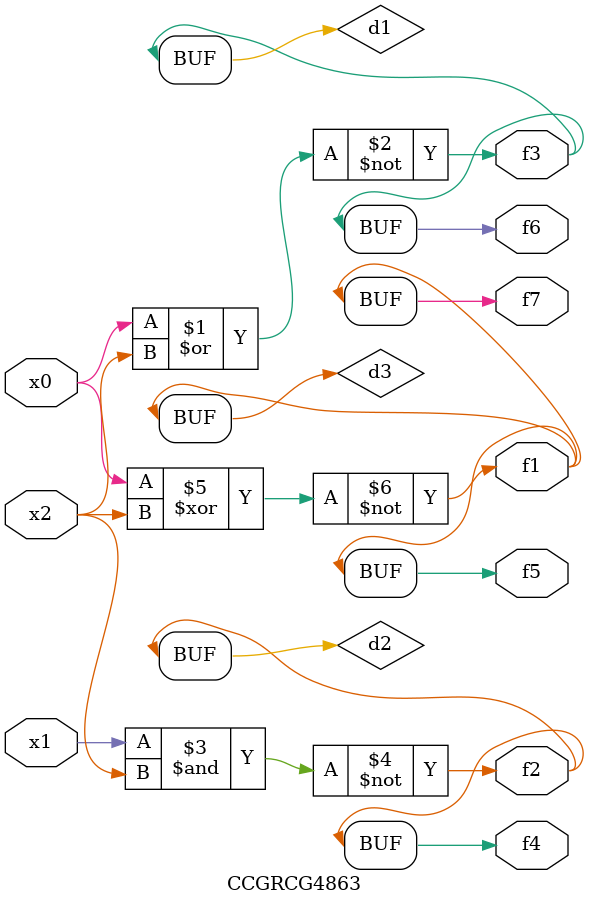
<source format=v>
module CCGRCG4863(
	input x0, x1, x2,
	output f1, f2, f3, f4, f5, f6, f7
);

	wire d1, d2, d3;

	nor (d1, x0, x2);
	nand (d2, x1, x2);
	xnor (d3, x0, x2);
	assign f1 = d3;
	assign f2 = d2;
	assign f3 = d1;
	assign f4 = d2;
	assign f5 = d3;
	assign f6 = d1;
	assign f7 = d3;
endmodule

</source>
